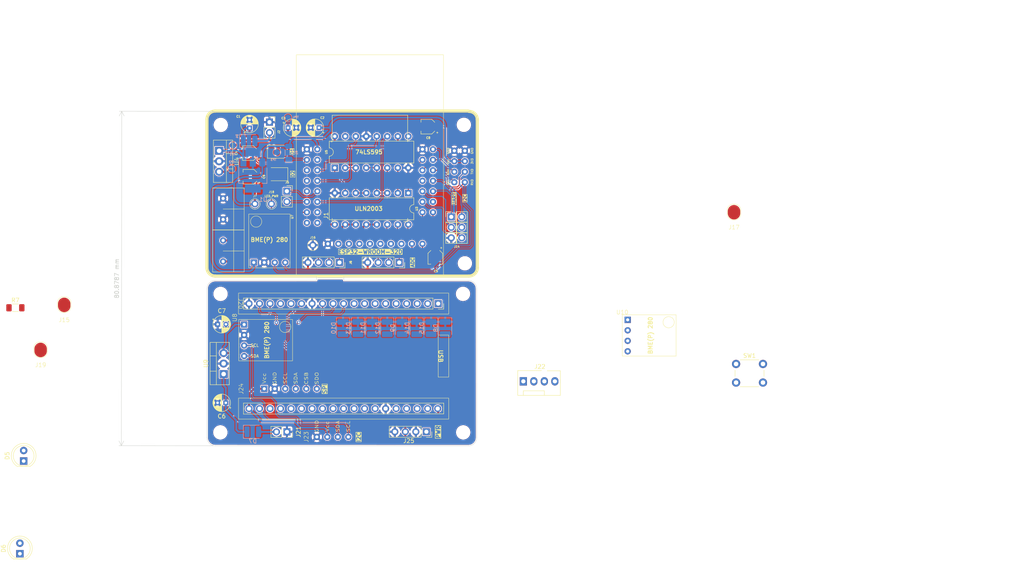
<source format=kicad_pcb>
(kicad_pcb (version 20240108) (generator "pcbnew") (generator_version "8.0")
  (layers (0 "F.Cu" signal) (31 "B.Cu" signal) (34 "B.Paste" user) (35 "F.Paste" user) (36 "B.SilkS" user "B.Silkscreen") (37 "F.SilkS" user "F.Silkscreen") (38 "B.Mask" user) (39 "F.Mask" user) (44 "Edge.Cuts" user))
  (net 0 "")
  (net 1 "GND")
  (net 2 "+3V3")
  (net 3 "+5V")
  (net 4 "/RXD")
  (net 5 "/TXD")
  (net 6 "/SDA")
  (net 7 "/GPIO_33")
  (net 8 "/SCL")
  (net 9 "/OUT3")
  (net 10 "/EN")
  (net 11 "/SOURCE2")
  (net 12 "/SOURCE1")
  (net 13 "/SOURCE3")
  (net 14 "/VDC")
  (net 15 "/DAC1")
  (net 16 "/DAC2")
  (net 17 "/GPIO39")
  (net 18 "/GPIO19")
  (net 19 "/GPIO17")
  (net 20 "/GPIO5")
  (net 21 "/GPIO18")
  (net 22 "/SD_DATA0")
  (net 23 "/ADC2_CH3")
  (net 24 "/SD_DATA3")
  (net 25 "/SD_CMD")
  (net 26 "/SD_CLK")
  (net 27 "/SD_DATA2")
  (net 28 "/SD_DATA1")
  (net 29 "/ADC2_CH0")
  (net 30 "/GPIO23")
  (net 31 "/GPIO36")
  (net 32 "/ADC2_CH2")
  (net 33 "/BOOT")
  (net 34 "/GPIO13")
  (net 35 "/SOURCE4")
  (net 36 "/SOURCE5")
  (net 37 "/SIPO_DATA")
  (net 38 "/SIPO_CLK")
  (net 40 "/SIPO_LATCH")
  (net 41 "/GPIO14")
  (net 43 "/I3")
  (net 44 "/I6")
  (net 45 "/I7")
  (net 46 "/I5")
  (net 47 "/OUT1")
  (net 48 "/VIN")
  (net 49 "/I1")
  (net 52 "Net-(D5-Pad1)")
  (net 53 "Net-(J15-Pin_1)")
  (net 54 "Net-(J19-Pin_1)")
  (net 55 "/OUT2")
  (net 67 "/RX")
  (net 72 "/TX")
  (net 83 "/SCL-2")
  (net 84 "/SDA-2")
  (net 87 "/12V")
  (net 89 "/QB-2")
  (net 90 "/QC-2")
  (net 91 "/QE-2")
  (net 92 "/QA-2")
  (net 93 "/QD-2")
  (net 94 "/QG-2")
  (net 95 "/QH-2")
  (net 96 "/QF-2")
  (net 97 "/SPI-SDO")
  (net 98 "/SPI-CSB")
  (net 99 "/SPI-SCL")
  (net 100 "/SPI-SDA")
  (net 101 "/D23")
  (net 102 "/D18")
  (footprint "Capacitor_THT:CP_Radial_D4.0mm_P2.00mm" (layer "F.Cu") (at 107 44.2 180)
    (property "Reference" "C2")
    (property "Value" "1uF")
  )
  (footprint "LED_SMD:LED_1210_3225Metric_Pad1.42x2.65mm_HandSolder" (layer "F.Cu") (at 97 55.45 180)
    (property "Reference" "D2")
    (property "Value" "STATUS")
  )
  (footprint "Capacitor_SMD:CP_Elec_3x5.3" (layer "F.Cu") (at 90.3 50.35 180)
    (property "Reference" "C4")
    (property "Value" "0.1uF")
  )
  (footprint "Resistor_SMD:R_1206_3216Metric_Pad1.30x1.75mm_HandSolder" (layer "F.Cu") (at 33.612 87.7585)
    (property "Reference" "R7")
    (property "Value" "4K7")
  )
  (footprint "LED_THT:LED_D5.0mm" (layer "F.Cu") (at 34.7 147.25 90)
    (property "Reference" "D6")
    (property "Value" "LED_STATUS")
  )
  (footprint "Button_Switch_THT:SW_PUSH_6mm" (layer "F.Cu") (at 207.8 101.35)
    (property "Reference" "SW1")
    (property "Value" "SW_Push")
  )
  (footprint "Connector:FanPinHeader_1x04_P2.54mm_Vertical" (layer "F.Cu") (at 156.38 105.55)
    (property "Reference" "J22")
    (property "Value" "Conn_01x04_Pin")
  )
  (footprint "Alexander Footprint Library:Pad_1x01_P2.54_SMD" (layer "F.Cu") (at 39.712 102.098)
    (property "Reference" "J19")
    (property "Value" "LED_PWR")
  )
  (footprint "Alexanddr Footprints Library:ESP32-WROOM-Adapter-Socket-2" (layer "F.Cu") (at 119.3 57.04)
    (property "Reference" "J1")
    (property "Value" "~")
  )
  (footprint "Alexander Footprint Library:Pad_1x01_P2.54_SMD" (layer "F.Cu") (at 45.412 91.198)
    (property "Reference" "J15")
    (property "Value" "LED_PWR")
  )
  (footprint "MountingHole:MountingHole_3mm" (layer "F.Cu") (at 142 43.5)
    (property "Reference" "H1" (hide yes))
    (property "Value" "MountingHole_Pad")
  )
  (footprint "Connector_PinSocket_2.54mm:PinSocket_1x02_P2.54mm_Vertical" (layer "F.Cu") (at 99.25 117.775 -90)
    (property "Reference" "J21")
    (property "Value" "PWR")
  )
  (footprint "MountingHole:MountingHole_3mm" (layer "F.Cu") (at 83.25 43.53)
    (property "Reference" "H2" (hide yes))
    (property "Value" "MountingHole_Pad")
  )
  (footprint "Package_DIP:DIP-16_W7.62mm" (layer "F.Cu") (at 128.58 60 -90)
    (property "Reference" "U3")
    (property "Value" "ULN2003")
  )
  (footprint "Alexander Footprints Library:Conn_Terminal_5mm" (layer "F.Cu") (at 83.82 53.69)
    (property "Reference" "J9" (hide yes))
    (property "Value" "Conn_01x02_Socket")
  )
  (footprint "Alexander Footprint Library:Pad_1x01_P2.54_SMD" (layer "F.Cu") (at 207.3 68.7895)
    (property "Reference" "J17")
    (property "Value" "GND")
  )
  (footprint "MountingHole:MountingHole_3mm" (layer "F.Cu") (at 141.85 117.9)
    (property "Reference" "H4" (hide yes))
    (property "Value" "MountingHole_Pad")
  )
  (footprint "Capacitor_THT:CP_Radial_D4.0mm_P2.00mm" (layer "F.Cu") (at 82.5 91.75)
    (property "Reference" "C7")
    (property "Value" "1uF")
  )
  (footprint "Connector_PinSocket_2.54mm:PinSocket_1x04_P2.54mm_Vertical" (layer "F.Cu") (at 132.94 117.75 -90)
    (property "Reference" "J25")
    (property "Value" "PWR_SATA_Conn_01x04")
  )
  (footprint "Capacitor_SMD:CP_Elec_3x5.3" (layer "F.Cu") (at 90.4 56.05 180)
    (property "Reference" "C9")
    (property "Value" "0.1uF")
  )
  (footprint "Package_DIP:DIP-16_W7.62mm" (layer "F.Cu") (at 110.8 53.9 90)
    (property "Reference" "U5")
    (property "Value" "74LS595")
  )
  (footprint "Alexander Footprint Library:PinSocket_1x01_P2.54" (layer "F.Cu") (at 91.5 65.19)
    (property "Reference" "J7")
    (property "Value" "LED_PWR")
  )
  (footprint "Alexander Footprint Library:Conn_SPI" (layer "F.Cu") (at 88.68 107.35 90)
    (property "Reference" "J24")
    (property "Value" "~")
  )
  (footprint "Connector_PinSocket_2.54mm:PinSocket_1x02_P2.54mm_Vertical" (layer "F.Cu") (at 95.025 42.85)
    (property "Reference" "J2")
    (property "Value" "PWR")
  )
  (footprint "Connector_PinSocket_2.54mm:PinSocket_1x04_P2.54mm_Vertical" (layer "F.Cu") (at 111.94 76.8 -90)
    (property "Reference" "J6")
    (property "Value" "SOURCE")
  )
  (footprint "MountingHole:MountingHole_3mm" (layer "F.Cu") (at 83.15 117.9)
    (property "Reference" "H4" (hide yes))
    (property "Value" "MountingHole_Pad")
  )
  (footprint "Connector_PinSocket_2.54mm:PinSocket_1x04_P2.54mm_Vertical" (layer "F.Cu") (at 126.38 76.8 -90)
    (property "Reference" "J10" (hide yes))
    (property "Value" "ADC")
  )
  (footprint "Capacitor_SMD:CP_Elec_3x5.3" (layer "F.Cu") (at 135.1 75.45 -90)
    (property "Reference" "C5")
    (property "Value" "0.1uF")
  )
  (footprint "MountingHole:MountingHole_3mm" (layer "F.Cu") (at 141.8 84.4)
    (property "Reference" "H4" (hide yes))
    (property "Value" "MountingHole_Pad")
  )
  (footprint "Capacitor_THT:CP_Radial_D4.0mm_P2.00mm" (layer "F.Cu") (at 99.5 44.2)
    (property "Reference" "C3")
    (property "Value" "1uF")
  )
  (footprint "Alexander Footprint Library:Conn_ESP32_WROOM-DevKit-38pins" (layer "F.Cu") (at 87.54 86.75 -90)
    (property "Reference" "J20")
    (property "Value" "~")
  )
  (footprint "Capacitor_SMD:CP_Elec_3x5.3" (layer "F.Cu") (at 133.4 43.95 180)
    (property "Reference" "C8")
    (property "Value" "10uF")
  )
  (footprint "Alexander Footprint Library:LD1117" (layer "F.Cu") (at 83.945 103.79 90)
    (property "Reference" "U9")
    (property "Value" "L7805")
  )
  (footprint "Alexander Footprint Library:PinSocket_1x01_P2.54" (layer "F.Cu") (at 95.5 65.19)
    (property "Reference" "J18")
    (property "Value" "LED_PWR")
  )
  (footprint "Alexander Footprint Library:Conn_I2C" (layer "F.Cu") (at 98.84 119 90)
    (property "Reference" "J23")
    (property "Value" "I2C")
  )
  (footprint "Capacitor_THT:CP_Radial_D4.0mm_P2.00mm" (layer "F.Cu") (at 84.4726 110.75 180)
    (property "Reference" "C6")
    (property "Value" "1uF")
  )
  (footprint "Alexander Footprint Library:BME280_BMP280_I2C" (layer "F.Cu") (at 180.3 89.45)
    (property "Reference" "U10")
    (property "Value" "BME(P)280")
  )
  (footprint "MountingHole:MountingHole_3mm" (layer "F.Cu") (at 83.2 84.4)
    (property "Reference" "H4" (hide yes))
    (property "Value" "MountingHole_Pad")
  )
  (footprint "Connector_PinSocket_2.54mm:PinSocket_1x02_P2.54mm_Vertical" (layer "F.Cu") (at 99.225 59.55)
    (property "Reference" "J5")
    (property "Value" "DAC")
  )
  (footprint "Alexander Footprint Library:CONN_2x3" (layer "F.Cu") (at 138.96 60.68)
    (property "Reference" "J14")
    (property "Value" "GPIO")
  )
  (footprint "Alexander Footprints Library:Conn_UART" (layer "F.Cu") (at 139.7 42.15)
    (property "Reference" "J3" (hide yes))
    (property "Value" "UART")
  )
  (footprint "Alexander Footprint Library:PinSocket_1x01_P2.54" (layer "F.Cu") (at 105.5 75.19)
    (property "Reference" "J16")
    (property "Value" "GND")
  )
  (footprint "Capacitor_THT:CP_Radial_D4.0mm_P2.00mm" (layer "F.Cu") (at 90.2 44.3 90)
    (property "Reference" "C1")
    (property "Value" "1uF")
  )
  (footprint "Alexander Footprint Library:BME280_BMP280_I2C" (layer "F.Cu") (at 90 78.1 90)
    (property "Reference" "U7")
    (property "Value" "BME(P)280")
  )
  (footprint "Alexander Footprint Library:LD1117" (layer "F.Cu") (at 82.855 49.77 -90)
    (property "Reference" "U4")
    (property "Value" "L7805")
  )
  (footprint "Alexander Footprints Library:Conn_I2C" (layer "F.Cu") (at 142.24 42.15)
    (property "Reference" "J4" (hide yes))
    (property "Value" "I2C")
  )
  (footprint "LED_THT:LED_D5.0mm" (layer "F.Cu") (at 35.612 124.8335 90)
    (property "Reference" "D5")
    (property "Value" "LED_PWR")
  )
  (footprint "Alexander Footprint Library:BME280_BMP280_I2C" (layer "F.Cu") (at 87.6 90.59)
    (property "Reference" "U8")
    (property "Value" "BME(P)280")
  )
  (footprint "LED_SMD:LED_1210_3225Metric_Pad1.42x2.65mm_HandSolder" (layer "F.Cu") (at 97 50)
    (property "Reference" "D1")
    (property "Value" "PWR")
  )
  (footprint "MountingHole:MountingHole_3mm" (layer "F.Cu") (at 142.25 77)
    (property "Reference" "H4" (hide yes))
    (property "Value" "MountingHole_Pad")
  )
  (footprint "Alexander Footprints Library:Conn_Terminal_5mm" (layer "F.Cu") (at 83.82 63.85)
    (property "Reference" "J8" (hide yes))
    (property "Value" "Conn_01x02_Socket")
  )
  (footprint "TestPoint:TestPoint_Pad_D1.5mm" (layer "B.Cu") (at 99.5 41.75 180)
    (property "Reference" "TP4")
    (property "Value" "5V")
  )
  (footprint "LED_SMD:LED_1210_3225Metric_Pad1.42x2.65mm_HandSolder" (layer "B.Cu") (at 127.1 92.65 -90)
    (property "Reference" "D9")
    (property "Value" "PWR")
  )
  (footprint "TestPoint:TestPoint_Pad_D1.5mm" (layer "B.Cu") (at 96.8 50.15 180)
    (property "Reference" "TP3")
    (property "Value" "3V3")
  )
  (footprint "LED_SMD:LED_1210_3225Metric_Pad1.42x2.65mm_HandSolder" (layer "B.Cu") (at 119.9 92.65 -90)
    (property "Reference" "D11")
    (property "Value" "PWR")
  )
  (footprint "Diode_SMD:D_1210_3225Metric" (layer "B.Cu") (at 91 117.75)
    (property "Reference" "D7")
    (property "Value" "D")
  )
  (footprint "LED_SMD:LED_1210_3225Metric_Pad1.42x2.65mm_HandSolder" (layer "B.Cu") (at 134.1 92.65 -90)
    (property "Reference" "D15")
    (property "Value" "PWR")
  )
  (footprint "Resistor_SMD:R_1206_3216Metric_Pad1.30x1.75mm_HandSolder" (layer "B.Cu") (at 99.7 50.25 -90)
    (property "Reference" "R1")
    (property "Value" "10K")
  )
  (footprint "Diode_SMD:D_1210_3225Metric" (layer "B.Cu") (at 90.1 47.4)
    (property "Reference" "D4")
    (property "Value" "D")
  )
  (footprint "LED_SMD:LED_1210_3225Metric_Pad1.42x2.65mm_HandSolder" (layer "B.Cu") (at 130.6 92.65 -90)
    (property "Reference" "D14")
    (property "Value" "PWR")
  )
  (footprint "TestPoint:TestPoint_Pad_D1.5mm" (layer "B.Cu") (at 86.2 48.45 180)
    (property "Reference" "TP1")
    (property "Value" "VIN")
  )
  (footprint "LED_SMD:LED_1210_3225Metric_Pad1.42x2.65mm_HandSolder" (layer "B.Cu") (at 123.5 92.65 -90)
    (property "Reference" "D12")
    (property "Value" "PWR")
  )
  (footprint "TestPoint:TestPoint_Pad_D1.5mm" (layer "B.Cu") (at 85.9 54.15 180)
    (property "Reference" "TP2")
    (property "Value" "GND")
  )
  (footprint "LED_SMD:LED_1210_3225Metric_Pad1.42x2.65mm_HandSolder" (layer "B.Cu") (at 116.4 92.65 -90)
    (property "Reference" "D13")
    (property "Value" "PWR")
  )
  (footprint "LED_SMD:LED_1210_3225Metric_Pad1.42x2.65mm_HandSolder" (layer "B.Cu") (at 112.8 92.65 -90)
    (property "Reference" "D10")
    (property "Value" "PWR")
  )
  (footprint "Package_TO_SOT_SMD:SOT-223-3_TabPin2" (layer "B.Cu") (at 91 55.75 -90)
    (property "Reference" "U1")
    (property "Value" "MAX1726EUK33")
  )
  (footprint "LED_SMD:LED_1210_3225Metric_Pad1.42x2.65mm_HandSolder" (layer "B.Cu") (at 137.5 92.65 -90)
    (property "Reference" "D8")
    (property "Value" "PWR")
  )
  (gr_line (start 145.25 42.11421) (end 145.25 78.085782) (stroke (width 0.75)) (layer "F.SilkS"))
  (gr_line (start 81.914218 40.164218) (end 143.08579 40.164218) (stroke (width 0.75)) (layer "F.SilkS"))
  (gr_arc (start 145.25 78.085782) (mid 144.66422 79.500007) (end 143.25 80.085782) (stroke (width 0.75)) (layer "F.SilkS"))
  (gr_line (start 79.914218 42.11421) (end 79.914218 78.085782) (stroke (width 0.75)) (layer "F.SilkS"))
  (gr_arc (start 81.914218 80.085782) (mid 80.499999 79.500001) (end 79.914218 78.085782) (stroke (width 0.75)) (layer "F.SilkS"))
  (gr_arc (start 143.25 40.25) (mid 144.664214 40.835786) (end 145.25 42.25) (stroke (width 0.75)) (layer "F.SilkS"))
  (gr_arc (start 79.914218 42.164218) (mid 80.499999 40.749999) (end 81.914218 40.164218) (stroke (width 0.75)) (layer "F.SilkS"))
  (gr_line (start 81.914214 80.085782) (end 143.085786 80.085782) (stroke (width 0.75)) (layer "F.SilkS"))
  (gr_line (start 82.014214 80.235786) (end 106.4 80.25) (stroke (width 0.1)) (layer "Edge.Cuts"))
  (gr_line (start 80 42.25) (end 80.014214 78.235786) (stroke (width 0.1)) (layer "Edge.Cuts"))
  (gr_arc (start 79.921321 83.157107) (mid 80.507106 81.742896) (end 81.921321 81.157107) (stroke (width 0.1)) (layer "Edge.Cuts"))
  (gr_line (start 81.921321 121.128679) (end 143.107107 121.142893) (stroke (width 0.1)) (layer "Edge.Cuts"))
  (gr_arc (start 81.921321 121.128679) (mid 80.507101 120.542899) (end 79.921321 119.128679) (stroke (width 0.1)) (layer "Edge.Cuts"))
  (gr_line (start 143.092893 81.157107) (end 113 81.15) (stroke (width 0.1)) (layer "Edge.Cuts"))
  (gr_arc (start 145.107107 119.142893) (mid 144.521321 120.557107) (end 143.107107 121.142893) (stroke (width 0.1)) (layer "Edge.Cuts"))
  (gr_line (start 106.4 81.15) (end 81.921321 81.157107) (stroke (width 0.1)) (layer "Edge.Cuts"))
  (gr_arc (start 143.185786 40.264214) (mid 144.600004 40.849996) (end 145.185786 42.264214) (stroke (width 0.1)) (layer "Edge.Cuts"))
  (gr_line (start 113 80.25) (end 143.185786 80.235786) (stroke (width 0.1)) (layer "Edge.Cuts"))
  (gr_arc (start 82.014214 80.235786) (mid 80.599996 79.650004) (end 80.014214 78.235786) (stroke (width 0.1)) (layer "Edge.Cuts"))
  (gr_line (start 145.185786 42.264214) (end 145.185786 78.235786) (stroke (width 0.1)) (layer "Edge.Cuts"))
  (gr_arc (start 80 42.25) (mid 80.585786 40.835786) (end 82 40.25) (stroke (width 0.1)) (layer "Edge.Cuts"))
  (gr_line (start 145.107107 119.142893) (end 145.092893 83.157107) (stroke (width 0.1)) (layer "Edge.Cuts"))
  (gr_line (start 79.921321 119.128679) (end 79.921321 83.157107) (stroke (width 0.1)) (layer "Edge.Cuts"))
  (gr_line (start 106.4 81.15) (end 106.4 80.25) (stroke (width 0.1)) (layer "Edge.Cuts"))
  (gr_arc (start 145.185786 78.235786) (mid 144.600004 79.650004) (end 143.185786 80.235786) (stroke (width 0.1)) (layer "Edge.Cuts"))
  (gr_arc (start 143.092893 81.157107) (mid 144.507112 81.742888) (end 145.092893 83.157107) (stroke (width 0.1)) (layer "Edge.Cuts"))
  (gr_line (start 113 81.15) (end 113 80.25) (stroke (width 0.1)) (layer "Edge.Cuts"))
  (gr_line (start 143.185786 40.264214) (end 82 40.25) (stroke (width 0.1)) (layer "Edge.Cuts"))
  (gr_text "SCL" (at 90.4 96.85 0) (layer "F.SilkS") (effects (font (size 0.7 0.7) (thickness 0.125) (bold yes)) (justify left)))
  (gr_text "ADC" (at 130.1 78.05 90) (layer "F.SilkS" knockout) (effects (font (size 0.8 0.8) (thickness 0.2) (bold yes)) (justify left bottom)))
  (gr_text "SDA" (at 90.4 99.45 0) (layer "F.SilkS") (effects (font (size 0.7 0.7) (thickness 0.125) (bold yes)) (justify left)))
  (gr_text "PWR" (at 136.4 119.55 90) (layer "F.SilkS" knockout) (effects (font (size 1 1) (thickness 0.25) (bold yes)) (justify left bottom)))
  (gr_text "74LS595" (at 119.057143 50.1 0) (layer "F.SilkS") (effects (font (size 1 1) (thickness 0.2) (bold yes))))
  (gr_text "ULN2003" (at 115.5 64.374 0) (layer "F.SilkS") (effects (font (size 1 1) (thickness 0.2) (bold yes)) (justify left bottom)))
  (dimension (type aligned) (layer "Edge.Cuts") (pts (xy 81.921321 121.128679) (xy 82 40.25)) (height -22.6907) (gr_text "80.8787 mm" (at 58.119973 80.666146 89.94426182) (layer "Edge.Cuts") (effects (font (size 1 1) (thickness 0.15)))) (format (prefix "") (suffix "") (units 3) (units_format 1) (precision 4)) (style (thickness 0.1) (arrow_length 1.27) (text_position_mode 0) (extension_height 0.58642) (extension_offset 0.5) keep_text_aligned))
  (segment (start 84.21 66) (end 83.82 66.39) (width 0.5) (layer "F.Cu") (net 1))
  (segment (start 91.5 59.65) (end 91.9 59.25) (width 0.5) (layer "F.Cu") (net 2))
  (segment (start 90.08 108.57) (end 90.08 112.15) (width 0.5) (layer "F.Cu") (net 2))
  (segment (start 139.7 52.31) (end 138.56 52.31) (width 0.25) (layer "F.Cu") (net 2))
  (segment (start 91.3 107.35) (end 90.08 108.57) (width 0.5) (layer "F.Cu") (net 2))
  (segment (start 91.9 59.25) (end 91.9 56.05) (width 0.5) (layer "F.Cu") (net 2))
  (segment (start 137.2 43.95) (end 134.9 43.95) (width 0.25) (layer "F.Cu") (net 2))
  (segment (start 138.56 52.31) (end 137.6 51.35) (width 0.25) (layer "F.Cu") (net 2))
  (segment (start 93.76 107.35) (end 91.3 107.35) (width 0.5) (layer "F.Cu") (net 2))
  (segment (start 91.5 62.62) (end 91.5 59.65) (width 0.5) (layer "F.Cu") (net 2))
  (segment (start 137.6 51.35) (end 137.6 44.35) (width 0.25) (layer "F.Cu") (net 2))
  (segment (start 137.6 44.35) (end 137.2 43.95) (width 0.25) (layer "F.Cu") (net 2))
  (segment (start 96.075 48.7) (end 97.525 48.7) (width 0.5) (layer "B.Cu") (net 2))
  (segment (start 109.408578 44.2) (end 107 44.2) (width 0.5) (layer "B.Cu") (net 2))
  (segment (start 93.21 115.25) (end 101 115.25) (width 0.5) (layer "B.Cu") (net 2))
  (segment (start 81.3 75.997918) (end 81.3 59.75104) (width 0.5) (layer "B.Cu") (net 2))
  (segment (start 93.3 54.905025) (end 93.3 52.6) (width 0.5) (layer "B.Cu") (net 2))
  (segment (start 100 48.7) (end 100 48.03033) (width 0.5) (layer "B.Cu") (net 2))
  (segment (start 139.13 52.31) (end 139.7 52.31) (width 0.5) (layer "B.Cu") (net 2))
  (segment (start 138.156949 51.906949) (end 138.03 51.78) (width 0.5) (layer "B.Cu") (net 2))
  (segment (start 109 117.5) (end 109 119) (width 0.5) (layer "B.Cu") (net 2))
  (segment (start 106.6 48.627817) (end 106.6 49.299791) (width 0.5) (layer "B.Cu") (net 2))
  (segment (start 84.202081 78.9) (end 89.990883 78.9) (width 0.5) (layer "B.Cu") (net 2))
  (segment (start 109.75 45) (end 109.75 44.141421) (width 0.5) (layer "B.Cu") (net 2))
  (segment (start 109.75 43.858578) (end 109.75 44.141421) (width 0.5) (layer "B.Cu") (net 2))
  (segment (start 104.722182 46.75) (end 106.277817 46.75) (width 0.5) (layer "B.Cu") (net 2))
  (segment (start 139.7 52.31) (end 142.24 52.31) (width 0.5) (layer "B.Cu") (net 2))
  (segment (start 137.5 50.500466) (end 137.5 43.883883) (width 0.5) (layer "B.Cu") (net 2))
  (segment (start 88.207106 62.75) (end 91.5 62.75) (width 0.5) (layer "B.Cu") (net 2))
  (segment (start 86.5 61.042893) (end 86.5 57.5) (width 0.5) (layer "B.Cu") (net 2))
  (segment (start 106.277817 46.75) (end 108 46.75) (width 0.5) (layer "B.Cu") (net 2))
  (segment (start 101 115.25) (end 102.5 116.75) (width 0.5) (layer "B.Cu") (net 2))
  (segment (start 91.22 77.670883) (end 91.22 76.8) (width 0.5) (layer "B.Cu") (net 2))
  (segment (start 89.455634 56.1) (end 92.105025 56.1) (width 0.5) (layer "B.Cu") (net 2))
  (segment (start 96.075 48.7) (end 95.177817 48.7) (width 0.5) (layer "B.Cu") (net 2))
  (segment (start 90.11 112.15) (end 93.21 115.25) (width 0.5) (layer "B.Cu") (net 2))
  (segment (start 108.25 116.75) (end 109 117.5) (width 0.5) (layer "B.Cu") (net 2))
  (segment (start 104.722182 46.75) (end 101.28033 46.75) (width 0.5) (layer "B.Cu") (net 2))
  (segment (start 108 46.75) (end 109.75 45) (width 0.5) (layer "B.Cu") (net 2))
  (segment (start 96.8 49.425) (end 96.8 50.15) (width 0.25) (layer "B.Cu") (net 2))
  (segment (start 109.75 43.625) (end 109.75 43.858578) (width 0.5) (layer "B.Cu") (net 2))
  (segment (start 110.015165 42.984834) (end 110.5 42.5) (width 0.5) (layer "B.Cu") (net 2))
  (segment (start 93.3 52.6) (end 93.3 50.577817) (width 0.5) (layer "B.Cu") (net 2))
  (segment (start 82.75104 58.3) (end 84.144365 58.3) (width 0.5) (layer "B.Cu") (net 2))
  (segment (start 106.685 49.335) (end 106.77 49.25) (width 0.5) (layer "B.Cu") (net 2))
  (segment (start 102.5 116.75) (end 108.25 116.75) (width 0.5) (layer "B.Cu") (net 2))
  (segment (start 112.31066 41.75) (end 135.366116 41.75) (width 0.5) (layer "B.Cu") (net 2))
  (segment (start 100 48.7) (end 97.525 48.7) (width 0.5) (layer "B.Cu") (net 2))
  (arc (start 136.875 42.375) (mid 137.337567 43.067281) (end 137.5 43.883883) (width 0.5) (layer "B.Cu") (net 2))
  (arc (start 137.5 50.500466) (mid 137.637742 51.192944) (end 138.03 51.78) (width 0.5) (layer "B.Cu") (net 2))
  (arc (start 93.3 54.905025) (mid 93.209037 55.362322) (end 92.95 55.75) (width 0.5) (layer "B.Cu") (net 2))
  (arc (start 86.8 57.2) (mid 85.581584 58.014119) (end 84.144365 58.3) (width 0.5) (layer "B.Cu") (net 2))
  (arc (start 106.6 49.299791) (mid 106.630737 49.345793) (end 106.685 49.335) (width 0.5) (layer "B.Cu") (net 2))
  (arc (start 89.455634 56.1) (mid 88.018415 56.38588) (end 86.8 57.2) (width 0.5) (layer "B.Cu") (net 2))
  (arc (start 86.5 61.042893) (mid 86.629945 61.696174) (end 87 62.25) (width 0.5) (layer "B.Cu") (net 2))
  (arc (start 82.75104 58.3) (mid 82.195751 58.410453) (end 81.725 58.725) (width 0.5) (layer "B.Cu") (net 2))
  (arc (start 92.95 55.75) (mid 92.562322 56.009037) (end 92.105025 56.1) (width 0.5) (layer "B.Cu") (net 2))
  (arc (start 95.177817 48.7) (mid 94.459207 48.84294) (end 93.85 49.25) (width 0.5) (layer "B.Cu") (net 2))
  (arc (start 96.8 49.425) (mid 96.587652 48.912347) (end 96.075 48.7) (width 0.25) (layer "B.Cu") (net 2))
  (arc (start 82.15 78.05) (mid 83.091502 78.679092) (end 84.202081 78.9) (width 0.5) (layer "B.Cu") (net 2))
  (arc (start 110.015165 42.984834) (mid 109.818914 43.278544) (end 109.75 43.625) (width 0.5) (layer "B.Cu") (net 2))
  (arc (start 109.75 44.141421) (mid 109.713838 44.087301) (end 109.65 44.1) (width 0.5) (layer "B.Cu") (net 2))
  (arc (start 136.875 42.375) (mid 136.182718 41.912432) (end 135.366116 41.75) (width 0.5) (layer "B.Cu") (net 2))
  (arc (start 93.85 49.25) (mid 93.44294 49.859207) (end 93.3 50.577817) (width 0.5) (layer "B.Cu") (net 2))
  (arc (start 90.86 78.54) (mid 90.461245 78.806439) (end 89.990883 78.9) (width 0.5) (layer "B.Cu") (net 2))
  (arc (start 109.65 44.1) (mid 109.539234 44.17401) (end 109.408578 44.2) (width 0.5) (layer "B.Cu") (net 2))
  (arc (start 87 62.25) (mid 87.553825 62.620054) (end 88.207106 62.75) (width 0.5) (layer "B.Cu") (net 2))
  (arc (start 81.725 58.725) (mid 81.410453 59.195751) (end 81.3 59.75104) (width 0.5) (layer "B.Cu") (net 2))
  (arc (start 106.05 47.3) (mid 105.440792 46.89294) (end 104.722182 46.75) (width 0.5) (layer "B.Cu") (net 2))
  (arc (start 138.156949 51.906949) (mid 138.603388 52.20525) (end 139.13 52.31) (width 0.5) (layer "B.Cu") (net 2))
  (arc (start 101.28033 46.75) (mid 100.790368 46.847459) (end 100.375 47.125) (width 0.5) (layer "B.Cu") (net 2))
  (arc (start 106.05 47.3) (mid 106.457059 47.909207) (end 106.6 48.627817) (width 0.5) (layer "B.Cu") (net 2))
  (arc (start 106.277817 46.75) (mid 105.980159 46.948888) (end 106.05 47.3) (width 0.5) (layer "B.Cu") (net 2))
  (arc (start 91.22 77.670883) (mid 91.126439 78.141245) (end 90.86 78.54) (width 0.5) (layer "B.Cu") (net 2))
  (arc (start 109.65 44.1) (mid 109.72401 43.989234) (end 109.75 43.858578) (width 0.5) (layer "B.Cu") (net 2))
  (arc (start 112.31066 41.75) (mid 111.330737 41.944918) (end 110.5 42.5) (width 0.5) (layer "B.Cu") (net 2))
  (arc (start 100.375 47.125) (mid 100.097459 47.540368) (end 100 48.03033) (width 0.5) (layer "B.Cu") (net 2))
  (arc (start 81.3 75.997918) (mid 81.520907 77.108496) (end 82.15 78.05) (width 0.5) (layer "B.Cu") (net 2))
  (segment (start 99.5 45.693413) (end 99.5 44.2) (width 0.5) (layer "F.Cu") (net 3))
  (segment (start 98.6375 46.9625) (end 99.2125 46.3875) (width 0.5) (layer "F.Cu") (net 3))
  (segment (start 83.945 98.71) (end 86.21 98.71) (width 0.5) (layer "F.Cu") (net 3))
  (segment (start 86.75 99.25) (end 86.75 100) (width 0.5) (layer "F.Cu") (net 3))
  (segment (start 127.86 116.39) (end 129 115.25) (width 0.5) (layer "F.Cu") (net 3))
  (segment (start 126.04 46.28) (end 126.04 48.251906) (width 0.5) (layer "F.Cu") (net 3))
  (segment (start 108.3 49.803553) (end 108.3 65.537329) (width 0.5) (layer "F.Cu") (net 3))
  (segment (start 108.3 49.803553) (end 108.3 49.096446) (width 0.5) (layer "F.Cu") (net 3))
  (segment (start 129 115.25) (end 135.25 115.25) (width 0.5) (layer "F.Cu") (net 3))
  (segment (start 135.81 114.69) (end 135.81 112.15) (width 0.5) (layer "F.Cu") (net 3))
  (segment (start 110.8 46.28) (end 110.8 48.15) (width 0.5) (layer "F.Cu") (net 3))
  (segment (start 86.75 114.25) (end 87.75 115.25) (width 0.5) (layer "F.Cu") (net 3))
  (segment (start 86.75 100) (end 86.75 114.25) (width 0.5) (layer "F.Cu") (net 3))
  (segment (start 110.8 48.15) (end 110 48.95) (width 0.5) (layer "F.Cu") (net 3))
  (segment (start 88.1 47.25) (end 97.943413 47.25) (width 0.5) (layer "F.Cu") (net 3))
  (segment (start 84.9 54.85) (end 85.4 54.35) (width 0.5) (layer "F.Cu") (net 3))
  (segment (start 126.04 48.251906) (end 125.341906 48.95) (width 0.5) (layer "F.Cu") (net 3))
  (segment (start 85.4 54.35) (end 85.4 49.95) (width 0.5) (layer "F.Cu") (net 3))
  (segment (start 127.86 118.65) (end 127.86 116.39) (width 0.5) (layer "F.Cu") (net 3))
  (segment (start 107.608621 46.675) (end 99.331586 46.675) (width 0.5) (layer "F.Cu") (net 3))
  (segment (start 110 48.95) (end 109.153553 48.95) (width 0.5) (layer "F.Cu") (net 3))
  (segment (start 86.21 98.71) (end 86.75 99.25) (width 0.5) (layer "F.Cu") (net 3))
  (segment (start 108.3 49.096446) (end 108.3 47.366378) (width 0.5) (layer "F.Cu") (net 3))
  (segment (start 109.104574 67.204574) (end 108.91 67.01) (width 0.5) (layer "F.Cu") (net 3))
  (segment (start 110.8 46.355) (end 110.725 46.28) (width 0.5) (layer "F.Cu") (net 3))
  (segment (start 135.25 115.25) (end 135.81 114.69) (width 0.5) (layer "F.Cu") (net 3))
  (segment (start 110.1075 67.62) (end 110.695 67.62) (width 0.5) (layer "F.Cu") (net 3))
  (segment (start 82.855 54.85) (end 84.9 54.85) (width 0.5) (layer "F.Cu") (net 3))
  (segment (start 85.4 49.95) (end 88.1 47.25) (width 0.5) (layer "F.Cu") (net 3))
  (segment (start 87.75 115.25) (end 129 115.25) (width 0.5) (layer "F.Cu") (net 3))
  (segment (start 125.341906 48.95) (end 110 48.95) (width 0.5) (layer "F.Cu") (net 3))
  (arc (start 108.0975 46.8775) (mid 108.247371 47.101799) (end 108.3 47.366378) (width 0.5) (layer "F.Cu") (net 3))
  (arc (start 108.3 65.537329) (mid 108.458533 66.334332) (end 108.91 67.01) (width 0.5) (layer "F.Cu") (net 3))
  (arc (start 97.943413 47.25) (mid 98.31905 47.175281) (end 98.6375 46.9625) (width 0.5) (layer "F.Cu") (net 3))
  (arc (start 99.2125 46.3875) (mid 99.175992 46.571035) (end 99.331586 46.675) (width 0.5) (layer "F.Cu") (net 3))
  (arc (start 108.0975 46.8775) (mid 107.8732 46.727628) (end 107.608621 46.675) (width 0.5) (layer "F.Cu") (net 3))
  (arc (start 109.104574 67.204574) (mid 109.56472 67.512034) (end 110.1075 67.62) (width 0.5) (layer "F.Cu") (net 3))
  (arc (start 108.55 49.2) (mid 108.364972 49.476912) (end 108.3 49.803553) (width 0.5) (layer "F.Cu") (net 3))
  (arc (start 108.3 49.096446) (mid 108.390403 49.231745) (end 108.55 49.2) (width 0.5) (layer "F.Cu") (net 3))
  (arc (start 99.331586 46.675) (mid 98.955949 46.749718) (end 98.6375 46.9625) (width 0.5) (layer "F.Cu") (net 3))
  (arc (start 109.153553 48.95) (mid 108.826912 49.014972) (end 108.55 49.2) (width 0.5) (layer "F.Cu") (net 3))
  (arc (start 99.5 45.693413) (mid 99.425281 46.06905) (end 99.2125 46.3875) (width 0.5) (layer "F.Cu") (net 3))
  (segment (start 83.945 97.305) (end 84.5 96.75) (width 0.5) (layer "B.Cu") (net 3))
  (segment (start 84.5 94.05) (end 84.5 91.75) (width 0.5) (layer "B.Cu") (net 3))
  (segment (start 88.9 91.81) (end 86.74 91.81) (width 0.5) (layer "B.Cu") (net 3))
  (segment (start 83.945 98.71) (end 83.945 97.305) (width 0.5) (layer "B.Cu") (net 3))
  (segment (start 86.74 91.81) (end 84.5 94.05) (width 0.5) (layer "B.Cu") (net 3))
  (segment (start 84.5 96.75) (end 84.5 94.05) (width 0.5) (layer "B.Cu") (net 3))
  (segment (start 99.5 42.25) (end 99.5 44.2) (width 0.25) (layer "B.Cu") (net 3))
  (segment (start 139.7 57.35) (end 139.7 57.39) (width 0.25) (layer "F.Cu") (net 4))
  (segment (start 133.25 53.25) (end 135.6 53.25) (width 0.25) (layer "F.Cu") (net 4))
  (segment (start 135.6 53.25) (end 139.7 57.35) (width 0.25) (layer "F.Cu") (net 4))
  (segment (start 132 54.5) (end 133.25 53.25) (width 0.25) (layer "F.Cu") (net 4))
  (segment (start 140.3 57.45) (end 139.3 57.45) (width 0.25) (layer "F.Cu") (net 4))
  (segment (start 136.61 51.96) (end 134.54 51.96) (width 0.25) (layer "F.Cu") (net 5))
  (segment (start 134.74 51.79) (end 134.62 51.91) (width 0.25) (layer "F.Cu") (net 5))
  (segment (start 139.5 54.85) (end 136.61 51.96) (width 0.25) (layer "F.Cu") (net 5))
  (segment (start 139.7 54.85) (end 139.5 54.85) (width 0.25) (layer "F.Cu") (net 5))
  (segment (start 138.59 58.55) (end 140.4 58.55) (width 0.25) (layer "F.Cu") (net 6))
  (segment (start 136.213604 54.5) (end 138 56.286396) (width 0.25) (layer "F.Cu") (net 6))
  (segment (start 138 57.96) (end 138.59 58.55) (width 0.25) (layer "F.Cu") (net 6))
  (segment (start 140.9 56.19) (end 142.24 54.85) (width 0.25) (layer "F.Cu") (net 6))
  (segment (start 140.9 58.05) (end 140.9 56.19) (width 0.25) (layer "F.Cu") (net 6))
  (segment (start 134.54 54.5) (end 136.213604 54.5) (width 0.25) (layer "F.Cu") (net 6))
  (segment (start 138 56.286396) (end 138 57.96) (width 0.25) (layer "F.Cu") (net 6))
  (segment (start 142.24 54.85) (end 142.24 55.51) (width 0.25) (layer "F.Cu") (net 6))
  (segment (start 140.4 58.55) (end 140.9 58.05) (width 0.25) (layer "F.Cu") (net 6))
  (segment (start 141.79 58.74) (end 141 57.95) (width 0.25) (layer "B.Cu") (net 6))
  (segment (start 140.418198 72.781802) (end 143.281802 72.781802) (width 0.25) (layer "B.Cu") (net 6))
  (segment (start 98.84 76.8) (end 98.84 78.09) (width 0.25) (layer "B.Cu") (net 6))
  (segment (start 143.55 64.45) (end 141.79 62.69) (width 0.25) (layer "B.Cu") (net 6))
  (segment (start 134.55 78.65) (end 140.418198 72.781802) (width 0.25) (layer "B.Cu") (net 6))
  (segment (start 141.79 62.69) (end 141.79 58.74) (width 0.25) (layer "B.Cu") (net 6))
  (segment (start 141 56.09) (end 142.24 54.85) (width 0.25) (layer "B.Cu") (net 6))
  (segment (start 98.84 78.09) (end 99.4 78.65) (width 0.25) (layer "B.Cu") (net 6))
  (segment (start 99.4 78.65) (end 134.55 78.65) (width 0.25) (layer "B.Cu") (net 6))
  (segment (start 143.281802 72.781802) (end 143.55 72.513604) (width 0.25) (layer "B.Cu") (net 6))
  (segment (start 143.55 72.513604) (end 143.55 64.45) (width 0.25) (layer "B.Cu") (net 6))
  (segment (start 141 57.95) (end 141 56.09) (width 0.25) (layer "B.Cu") (net 6))
  (segment (start 103.97 59.53) (end 104.14 59.53) (width 0.25) (layer "F.Cu") (net 7))
  (segment (start 137.55 58.146396) (end 138.403604 59) (width 0.25) (layer "F.Cu") (net 8))
  (segment (start 131.5 55.75) (end 136.75 55.75) (width 0.25) (layer "F.Cu") (net 8))
  (segment (start 140.63 59) (end 142.24 57.39) (width 0.25) (layer "F.Cu") (net 8))
  (segment (start 136.75 55.75) (end 137.55 56.55) (width 0.25) (layer "F.Cu") (net 8))
  (segment (start 137.55 56.55) (end 137.55 58.146396) (width 0.25) (layer "F.Cu") (net 8))
  (segment (start 130.745 54.995) (end 131.5 55.75) (width 0.25) (layer "F.Cu") (net 8))
  (segment (start 130.745 53.245) (end 130.745 54.995) (width 0.25) (layer "F.Cu") (net 8))
  (segment (start 132.08 51.91) (end 130.745 53.245) (width 0.25) (layer "F.Cu") (net 8))
  (segment (start 138.403604 59) (end 140.63 59) (width 0.25) (layer "F.Cu") (net 8))
  (segment (start 143.4 73.3) (end 144 72.7) (width 0.25) (layer "B.Cu") (net 8))
  (segment (start 96.95 79.1) (end 134.8 79.1) (width 0.25) (layer "B.Cu") (net 8))
  (segment (start 96.3 76.8) (end 96.3 78.45) (width 0.25) (layer "B.Cu") (net 8))
  (segment (start 144 72.7) (end 144 64.263604) (width 0.25) (layer "B.Cu") (net 8))
  (segment (start 142.24 62.503604) (end 142.24 57.39) (width 0.25) (layer "B.Cu") (net 8))
  (segment (start 96.3 78.45) (end 96.95 79.1) (width 0.25) (layer "B.Cu") (net 8))
  (segment (start 134.8 79.1) (end 140.6 73.3) (width 0.25) (layer "B.Cu") (net 8))
  (segment (start 144 64.263604) (end 142.24 62.503604) (width 0.25) (layer "B.Cu") (net 8))
  (segment (start 140.6 73.3) (end 143.4 73.3) (width 0.25) (layer "B.Cu") (net 8))
  (segment (start 103.27 52.75) (end 104.06 51.96) (width 0.25) (layer "F.Cu") (net 10))
  (segment (start 91.8 52.25) (end 92.3 52.75) (width 0.25) (layer "F.Cu") (net 10))
  (segment (start 92.3 52.75) (end 103.27 52.75) (width 0.25) (layer "F.Cu") (net 10))
  (segment (start 103.72 52.3) (end 104.06 51.96) (width 0.25) (layer "F.Cu") (net 10))
  (segment (start 91.8 50.35) (end 91.8 52.25) (width 0.25) (layer "F.Cu") (net 10))
  (segment (start 100 51.8) (end 103.9 51.8) (width 0.25) (layer "B.Cu") (net 10))
  (segment (start 103.9 51.8) (end 104.06 51.96) (width 0.25) (layer "B.Cu") (net 10))
  (segment (start 113.235 67.62) (end 115.775 67.62) (width 0.5) (layer "F.Cu") (net 11))
  (segment (start 99 73.1) (end 102.7 69.4) (width 0.5) (layer "F.Cu") (net 11))
  (segment (start 86.37 71.47) (end 88 73.1) (width 0.5) (layer "F.Cu") (net 11))
  (segment (start 102.7 69.4) (end 111.455 69.4) (width 0.5) (layer "F.Cu") (net 11))
  (segment (start 88 73.1) (end 99 73.1) (width 0.5) (layer "F.Cu") (net 11))
  (segment (start 83.82 71.47) (end 86.37 71.47) (width 0.5) (layer "F.Cu") (net 11))
  (segment (start 111.455 69.4) (end 113.235 67.62) (width 0.5) (layer "F.Cu") (net 11))
  (segment (start 86.275 76.55) (end 88.075 74.75) (width 0.5) (layer "F.Cu") (net 12))
  (segment (start 104.4 70.1) (end 115.835 70.1) (width 0.5) (layer "F.Cu") (net 12))
  (segment (start 99.75 74.75) (end 104.4 70.1) (width 0.5) (layer "F.Cu") (net 12))
  (segment (start 118.315 67.62) (end 120.855 67.62) (width 0.5) (layer "F.Cu") (net 12))
  (segment (start 83.82 76.55) (end 86.275 76.55) (width 0.5) (layer "F.Cu") (net 12))
  (segment (start 115.835 70.1) (end 118.315 67.62) (width 0.5) (layer "F.Cu") (net 12))
  (segment (start 88.075 74.75) (end 99.75 74.75) (width 0.5) (layer "F.Cu") (net 12))
  (segment (start 128.475 67.62) (end 128.475 68.825) (width 0.25) (layer "F.Cu") (net 13))
  (segment (start 125.7 72.8) (end 124.55 73.95) (width 0.25) (layer "F.Cu") (net 13))
  (segment (start 111.94 75.26) (end 111.94 76.8) (width 0.25) (layer "F.Cu") (net 13))
  (segment (start 124.55 73.95) (end 118.622792 73.95) (width 0.25) (layer "F.Cu") (net 13))
  (segment (start 128.475 68.825) (end 125.7 71.6) (width 0.25) (layer "F.Cu") (net 13))
  (segment (start 125.7 71.6) (end 125.7 72.8) (width 0.25) (layer "F.Cu") (net 13))
  (segment (start 117.872792 74.7) (end 112.5 74.7) (width 0.25) (layer "F.Cu") (net 13))
  (segment (start 112.5 74.7) (end 111.94 75.26) (width 0.25) (layer "F.Cu") (net 13))
  (segment (start 118.622792 73.95) (end 117.872792 74.7) (width 0.25) (layer "F.Cu") (net 13))
  (segment (start 96.71 117.775) (end 92.425 117.775) (width 0.5) (layer "B.Cu") (net 14))
  (segment (start 92.425 117.775) (end 92.4 117.75) (width 0.5) (layer "B.Cu") (net 14))
  (segment (start 95.025 46.674479) (end 95.025 45.39) (width 0.5) (layer "B.Cu") (net 14))
  (segment (start 94.299479 47.4) (end 91.5 47.4) (width 0.5) (layer "B.Cu") (net 14))
  (arc (start 95.025 46.674479) (mid 94.969773 46.952124) (end 94.8125 47.1875) (width 0.5) (layer "B.Cu") (net 14))
  (arc (start 94.8125 47.1875) (mid 94.577124 47.344773) (end 94.299479 47.4) (width 0.5) (layer "B.Cu") (net 14))
  (segment (start 105.38 60.8) (end 106.6 59.58) (width 0.25) (layer "B.Cu") (net 15))
  (segment (start 99.225 59.55) (end 101.8 59.55) (width 0.25) (layer "B.Cu") (net 15))
  (segment (start 103.05 60.8) (end 105.38 60.8) (width 0.25) (layer "B.Cu") (net 15))
  (segment (start 101.8 59.55) (end 103.05 60.8) (width 0.25) (layer "B.Cu") (net 15))
  (segment (start 99.225 62.09) (end 100.97 62.09) (width 0.25) (layer "B.Cu") (net 16))
  (segment (start 100.97 62.09) (end 101 62.12) (width 0.25) (layer "B.Cu") (net 16))
  (segment (start 104.03 62.09) (end 104.06 62.12) (width 0.25) (layer "B.Cu") (net 16))
  (segment (start 104.06 62.12) (end 101 62.12) (width 0.25) (layer "B.Cu") (net 16))
  (segment (start 141.5 68.3) (end 140.2 67) (width 0.25) (layer "B.Cu") (net 18))
  (segment (start 136.69 56.99) (end 134.62 56.99) (width 0.25) (layer "B.Cu") (net 18))
  (segment (start 140.2 60.5) (end 136.69 56.99) (width 0.25) (layer "B.Cu") (net 18))
  (segment (start 140.2 67) (end 140.2 60.5) (width 0.25) (layer "B.Cu") (net 18))
  (segment (start 141.5 70.84) (end 140.16 69.5) (width 0.25) (layer "B.Cu") (net 19))
  (segment (start 137.7 69.5) (end 137.1 68.9) (width 0.25) (layer "B.Cu") (net 19))
  (segment (start 140.16 69.5) (end 137.7 69.5) (width 0.25) (layer "B.Cu") (net 19))
  (segment (start 137.1 68.9) (end 137.1 63.84) (width 0.25) (layer "B.Cu") (net 19))
  (segment (start 133.41 63.4) (end 132.08 62.07) (width 0.25) (layer "B.Cu") (net 19))
  (segment (start 137.1 63.84) (end 136.66 63.4) (width 0.25) (layer "B.Cu") (net 19))
  (segment (start 136.66 63.4) (end 133.41 63.4) (width 0.25) (layer "B.Cu") (net 19))
  (segment (start 138.96 65.76) (end 138.96 60.61) (width 0.25) (layer "B.Cu") (net 20))
  (segment (start 137.88 59.53) (end 134.62 59.53) (width 0.25) (layer "B.Cu") (net 20))
  (segment (start 138.96 60.61) (end 137.88 59.53) (width 0.25) (layer "B.Cu") (net 20))
  (segment (start 133.35 60.8) (end 132.08 59.53) (width 0.25) (layer "B.Cu") (net 21))
  (segment (start 138.96 68.3) (end 137.6 66.94) (width 0.25) (layer "B.Cu") (net 21))
  (segment (start 136.75 60.8) (end 133.35 60.8) (width 0.25) (layer "B.Cu") (net 21))
  (segment (start 137.6 66.94) (end 137.6 61.65) (width 0.25) (layer "B.Cu") (net 21))
  (segment (start 137.6 61.65) (end 136.75 60.8) (width 0.25) (layer "B.Cu") (net 21))
  (segment (start 128.85 74.05) (end 129.46 73.44) (width 0.25) (layer "F.Cu") (net 23))
  (segment (start 125.722792 74.05) (end 128.85 74.05) (width 0.25) (layer "F.Cu") (net 23))
  (segment (start 129.46 73.44) (end 129.46 72.28) (width 0.25) (layer "F.Cu") (net 23))
  (segment (start 123.84 76.8) (end 123.84 75.56) (width 0.25) (layer "F.Cu") (net 23))
  (segment (start 123.84 75.56) (end 124.55 74.85) (width 0.25) (layer "F.Cu") (net 23))
  (segment (start 124.922792 74.85) (end 125.722792 74.05) (width 0.25) (layer "F.Cu") (net 23))
  (segment (start 124.55 74.85) (end 124.922792 74.85) (width 0.25) (layer "F.Cu") (net 23))
  (segment (start 121.3 75.2) (end 122.1 74.4) (width 0.25) (layer "F.Cu") (net 29))
  (segment (start 124.736396 74.4) (end 125.536396 73.6) (width 0.25) (layer "F.Cu") (net 29))
  (segment (start 125.536396 73.6) (end 127.5 73.6) (width 0.25) (layer "F.Cu") (net 29))
  (segment (start 132 67.2) (end 132 64.66) (width 0.25) (layer "F.Cu") (net 29))
  (segment (start 127.5 73.6) (end 128.2 72.9) (width 0.25) (layer "F.Cu") (net 29))
  (segment (start 128.2 71) (end 132 67.2) (width 0.25) (layer "F.Cu") (net 29))
  (segment (start 122.1 74.4) (end 124.736396 74.4) (width 0.25) (layer "F.Cu") (net 29))
  (segment (start 128.2 72.9) (end 128.2 71) (width 0.25) (layer "F.Cu") (net 29))
  (segment (start 121.3 76.8) (end 121.3 75.2) (width 0.25) (layer "F.Cu") (net 29))
  (segment (start 141.34 60.89) (end 137.95 57.5) (width 0.25) (layer "B.Cu") (net 30))
  (segment (start 136.4 51.7) (end 136.4 49.9) (width 0.25) (layer "B.Cu") (net 30))
  (segment (start 141.34 62.876396) (end 141.34 60.89) (width 0.25) (layer "B.Cu") (net 30))
  (segment (start 137.95 53.25) (end 136.4 51.7) (width 0.25) (layer "B.Cu") (net 30))
  (segment (start 135.1 49.85) (end 134.62 49.37) (width 0.25) (layer "B.Cu") (net 30))
  (segment (start 136.4 49.9) (end 135.92 49.42) (width 0.25) (layer "B.Cu") (net 30))
  (segment (start 135.92 49.42) (end 134.54 49.42) (width 0.25) (layer "B.Cu") (net 30))
  (segment (start 141.5 63.036396) (end 141.34 62.876396) (width 0.25) (layer "B.Cu") (net 30))
  (segment (start 137.95 57.5) (end 137.95 53.25) (width 0.25) (layer "B.Cu") (net 30))
  (segment (start 141.5 65.76) (end 141.5 63.036396) (width 0.25) (layer "B.Cu") (net 30))
  (segment (start 126.38 75.12) (end 127 74.5) (width 0.25) (layer "F.Cu") (net 32))
  (segment (start 132 73.9) (end 132 72.28) (width 0.25) (layer "F.Cu") (net 32))
  (segment (start 127 74.5) (end 131.4 74.5) (width 0.25) (layer "F.Cu") (net 32))
  (segment (start 131.4 74.5) (end 132 73.9) (width 0.25) (layer "F.Cu") (net 32))
  (segment (start 126.38 76.8) (end 126.38 75.12) (width 0.25) (layer "F.Cu") (net 32))
  (segment (start 135.1 66.4) (end 135.1 73.95) (width 0.25) (layer "F.Cu") (net 33))
  (segment (start 134.77 64.89) (end 134.54 64.66) (width 0.25) (layer "F.Cu") (net 33))
  (segment (start 134.54 65.84) (end 135.1 66.4) (width 0.25) (layer "F.Cu") (net 33))
  (segment (start 134.5 64.7) (end 134.54 64.66) (width 0.25) (layer "F.Cu") (net 33))
  (segment (start 134.54 64.66) (end 134.54 65.84) (width 0.25) (layer "F.Cu") (net 33))
  (segment (start 125.935 67.62) (end 125.935 68.865) (width 0.25) (layer "F.Cu") (net 35))
  (segment (start 117.686396 74.25) (end 110.25 74.25) (width 0.25) (layer "F.Cu") (net 35))
  (segment (start 118.436396 73.5) (end 117.686396 74.25) (width 0.25) (layer "F.Cu") (net 35))
  (segment (start 109.4 75.1) (end 109.4 76.8) (width 0.25) (layer "F.Cu") (net 35))
  (segment (start 125.935 68.865) (end 123.2 71.6) (width 0.25) (layer "F.Cu") (net 35))
  (segment (start 123.2 72.7) (end 122.4 73.5) (width 0.25) (layer "F.Cu") (net 35))
  (segment (start 123.2 71.6) (end 123.2 72.7) (width 0.25) (layer "F.Cu") (net 35))
  (segment (start 122.4 73.5) (end 118.436396 73.5) (width 0.25) (layer "F.Cu") (net 35))
  (segment (start 110.25 74.25) (end 109.4 75.1) (width 0.25) (layer "F.Cu") (net 35))
  (segment (start 123.395 69.405) (end 121.9 70.9) (width 0.25) (layer "F.Cu") (net 36))
  (segment (start 118.1 73.2) (end 117.5 73.8) (width 0.25) (layer "F.Cu") (net 36))
  (segment (start 106.86 74.84) (end 106.86 76.8) (width 0.25) (layer "F.Cu") (net 36))
  (segment (start 121.9 70.9) (end 118.7 70.9) (width 0.25) (layer "F.Cu") (net 36))
  (segment (start 118.1 71.5) (end 118.1 73.2) (width 0.25) (layer "F.Cu") (net 36))
  (segment (start 123.395 67.62) (end 123.395 69.405) (width 0.25) (layer "F.Cu") (net 36))
  (segment (start 107.9 73.8) (end 106.86 74.84) (width 0.25) (layer "F.Cu") (net 36))
  (segment (start 118.7 70.9) (end 118.1 71.5) (width 0.25) (layer "F.Cu") (net 36))
  (segment (start 117.5 73.8) (end 107.9 73.8) (width 0.25) (layer "F.Cu") (net 36))
  (segment (start 115.88 47.77) (end 115.35 48.3) (width 0.25) (layer "B.Cu") (net 37))
  (segment (start 114.1 48.95) (end 114.1 51.65) (width 0.25) (layer "B.Cu") (net 37))
  (segment (start 108.5 52.85) (end 108.5 53.9925) (width 0.25) (layer "B.Cu") (net 37))
  (segment (start 115.35 48.3) (end 114.75 48.3) (width 0.25) (layer "B.Cu") (net 37))
  (segment (start 109.1 52.25) (end 108.5 52.85) (width 0.25) (layer "B.Cu") (net 37))
  (segment (start 113.5 52.25) (end 109.1 52.25) (width 0.25) (layer "B.Cu") (net 37))
  (segment (start 115.88 46.28) (end 115.88 47.77) (width 0.25) (layer "B.Cu") (net 37))
  (segment (start 108.5 53.9925) (end 107.9925 54.5) (width 0.25) (layer "B.Cu") (net 37))
  (segment (start 114.75 48.3) (end 114.1 48.95) (width 0.25) (layer "B.Cu") (net 37))
  (segment (start 114.1 51.65) (end 113.5 52.25) (width 0.25) (layer "B.Cu") (net 37))
  (segment (start 107.9925 54.5) (end 106.6 54.5) (width 0.25) (layer "B.Cu") (net 37))
  (segment (start 123.425 46.28) (end 122.25 47.455) (width 0.25) (layer "B.Cu") (net 38))
  (segment (start 121.38 62.12) (end 106.6 62.12) (width 0.25) (layer "B.Cu") (net 38))
  (segment (start 122.25 61.25) (end 121.38 62.12) (width 0.25) (layer "B.Cu") (net 38))
  (segment (start 122.25 47.455) (end 122.25 61.25) (width 0.25) (layer "B.Cu") (net 38))
  (segment (start 120.885 48.165) (end 120.885 46.28) (width 0.25) (layer "B.Cu") (net 40))
  (segment (start 106.6 57.04) (end 113.96 57.04) (width 0.25) (layer "B.Cu") (net 40))
  (segment (start 114.6 49.336396) (end 115.186396 48.75) (width 0.25) (layer "B.Cu") (net 40))
  (segment (start 113.96 57.04) (end 114.6 56.4) (width 0.25) (layer "B.Cu") (net 40))
  (segment (start 114.6 56.4) (end 114.6 49.336396) (width 0.25) (layer "B.Cu") (net 40))
  (segment (start 115.186396 48.75) (end 120.3 48.75) (width 0.25) (layer "B.Cu") (net 40))
  (segment (start 120.3 48.75) (end 120.885 48.165) (width 0.25) (layer "B.Cu") (net 40))
  (segment (start 104.06 64.66) (end 103.2 64.66) (width 0.25) (layer "F.Cu") (net 41))
  (segment (start 103.2 64.66) (end 103.11 64.66) (width 0.25) (layer "F.Cu") (net 41))
  (segment (start 95.5 54.8625) (end 95.5125 54.85) (width 0.25) (layer "F.Cu") (net 41))
  (segment (start 95.5 62.75) (end 95.5 64.15) (width 0.25) (layer "F.Cu") (net 41))
  (segment (start 95.5 55.4625) (end 95.5125 55.45) (width 0.25) (layer "F.Cu") (net 41))
  (segment (start 95.5 62.62) (end 95.5 55.4625) (width 0.25) (layer "F.Cu") (net 41))
  (segment (start 96.01 64.66) (end 103.2 64.66) (width 0.25) (layer "F.Cu") (net 41))
  (segment (start 95.5 64.15) (end 96.01 64.66) (width 0.25) (layer "F.Cu") (net 41))
  (segment (start 126.04 58.29) (end 126.04 60) (width 0.25) (layer "F.Cu") (net 43))
  (segment (start 123.5 53.9) (end 123.5 55.75) (width 0.25) (layer "F.Cu") (net 43))
  (segment (start 123.5 55.75) (end 126.04 58.29) (width 0.25) (layer "F.Cu") (net 43))
  (segment (start 126.04 55.79) (end 128.58 58.33) (width 0.25) (layer "F.Cu") (net 44))
  (segment (start 128.58 58.33) (end 128.58 60) (width 0.25) (layer "F.Cu") (net 44))
  (segment (start 126.04 53.9) (end 126.04 55.79) (width 0.25) (layer "F.Cu") (net 44))
  (segment (start 115.88 60) (end 118.42 60) (width 0.25) (layer "F.Cu") (net 45))
  (segment (start 113.34 53.9) (end 115.88 53.9) (width 0.25) (layer "F.Cu") (net 45))
  (segment (start 115.88 53.9) (end 115.88 60) (width 0.25) (layer "F.Cu") (net 45))
  (segment (start 120.96 53.9) (end 120.96 60) (width 0.25) (layer "F.Cu") (net 46))
  (segment (start 118.42 53.9) (end 120.96 53.9) (width 0.25) (layer "F.Cu") (net 46))
  (segment (start 120.96 60) (end 123.5 60) (width 0.25) (layer "F.Cu") (net 46))
  (segment (start 89.5 46.25) (end 87.71 46.25) (width 0.5) (layer "F.Cu") (net 48))
  (segment (start 87.71 46.25) (end 84.19 49.77) (width 0.5) (layer "F.Cu") (net 48))
  (segment (start 90.2 45.55) (end 89.5 46.25) (width 0.5) (layer "F.Cu") (net 48))
  (segment (start 84.19 49.77) (end 82.855 49.77) (width 0.5) (layer "F.Cu") (net 48))
  (segment (start 90.2 44.3) (end 90.2 45.55) (width 0.5) (layer "F.Cu") (net 48))
  (segment (start 88.7 50.546446) (end 88.7 51.253553) (width 0.5) (layer "B.Cu") (net 48))
  (segment (start 84.4726 112.4726) (end 84.4726 109.5) (width 0.5) (layer "B.Cu") (net 48))
  (segment (start 88.7 45.153553) (end 88.7 47.4) (width 0.5) (layer "B.Cu") (net 48))
  (segment (start 86.2 49.11) (end 86.2 48.45) (width 0.25) (layer "B.Cu") (net 48))
  (segment (start 88.45 50.65) (end 88.2 50.4) (width 0.5) (layer "B.Cu") (net 48))
  (segment (start 88.7 50.546446) (end 88.7 47.4) (width 0.5) (layer "B.Cu") (net 48))
  (segment (start 84.4726 107.0826) (end 83.945 106.555) (width 0.5) (layer "B.Cu") (net 48))
  (segment (start 83.945 106.555) (end 83.945 103.79) (width 0.5) (layer "B.Cu") (net 48))
  (segment (start 88.45 50.65) (end 88.054368 50.254368) (width 0.5) (layer "B.Cu") (net 48))
  (segment (start 87.5 117.75) (end 87 117.25) (width 0.5) (layer "B.Cu") (net 48))
  (segment (start 89.553553 44.3) (end 90.2 44.3) (width 0.5) (layer "B.Cu") (net 48))
  (segment (start 84.4726 109.5) (end 84.4726 107.0826) (width 0.5) (layer "B.Cu") (net 48))
  (segment (start 88.7 51.253553) (end 88.7 52.6) (width 0.5) (layer "B.Cu") (net 48))
  (segment (start 89.6 117.75) (end 87.5 117.75) (width 0.5) (layer "B.Cu") (net 48))
  (segment (start 87 117.25) (end 87 115) (width 0.5) (layer "B.Cu") (net 48))
  (segment (start 87 115) (end 84.4726 112.4726) (width 0.5) (layer "B.Cu") (net 48))
  (segment (start 86.86 49.77) (end 85.54 49.77) (width 0.5) (layer "B.Cu") (net 48))
  (segment (start 86.885 49.77) (end 86.86 49.77) (width 0.5) (layer "B.Cu") (net 48))
  (segment (start 85.54 49.77) (end 82.855 49.77) (width 0.5) (layer "B.Cu") (net 48))
  (arc (start 89.553553 44.3) (mid 89.226912 44.364972) (end 88.95 44.55) (width 0.5) (layer "B.Cu") (net 48))
  (arc (start 86.2 49.11) (mid 86.393309 49.57669) (end 86.86 49.77) (width 0.25) (layer "B.Cu") (net 48))
  (arc (start 88.7 51.253553) (mid 88.635027 50.926912) (end 88.45 50.65) (width 0.5) (layer "B.Cu") (net 48))
  (arc (start 88.45 50.65) (mid 88.45 50.65) (end 88.45 50.65) (width 0.5) (layer "B.Cu") (net 48))
  (arc (start 88.45 50.65) (mid 88.609596 50.681745) (end 88.7 50.546446) (width 0.5) (layer "B.Cu") (net 48))
  (arc (start 88.054368 50.254368) (mid 87.517857 49.895883) (end 86.885 49.77) (width 0.5) (layer "B.Cu") (net 48))
  (arc (start 88.95 44.55) (mid 88.764972 44.826912) (end 88.7 45.153553) (width 0.5) (layer "B.Cu") (net 48))
  (segment (start 113.34 57.84) (end 113.34 60) (width 0.25) (layer "F.Cu") (net 49))
  (segment (start 110.8 53.9) (end 110.8 55.3) (width 0.25) (layer "F.Cu") (net 49))
  (segment (start 110.8 55.3) (end 113.34 57.84) (width 0.25) (layer "F.Cu") (net 49))
  (segment (start 90.56 96.89) (end 88.9 96.89) (width 0.25) (layer "F.Cu") (net 83))
  (segment (start 92.413604 89.7) (end 90.9 91.213604) (width 0.25) (layer "F.Cu") (net 83))
  (segment (start 95.16 86.75) (end 95.16 89.19) (width 0.25) (layer "F.Cu") (net 83))
  (segment (start 90.9 91.213604) (end 90.9 96.55) (width 0.25) (layer "F.Cu") (net 83))
  (segment (start 95.19 86.75) (end 95.16 86.75) (width 0.25) (layer "F.Cu") (net 83))
  (segment (start 90.9 96.55) (end 90.56 96.89) (width 0.25) (layer "F.Cu") (net 83))
  (segment (start 94.65 89.7) (end 92.413604 89.7) (width 0.25) (layer "F.Cu") (net 83))
  (segment (start 95.16 89.19) (end 94.65 89.7) (width 0.25) (layer "F.Cu") (net 83))
  (segment (start 96.5 110.65) (end 96.5 113.425) (width 0.25) (layer "B.Cu") (net 83))
  (segment (start 96.5 113.425) (end 97.3 114.225) (width 0.25) (layer "B.Cu") (net 83))
  (segment (start 90.54 96.89) (end 90.9 97.25) (width 0.25) (layer "B.Cu") (net 83))
  (segment (start 102.975 115.725) (end 113.175 115.725) (width 0.25) (layer "B.Cu") (net 83))
  (segment (start 88.9 96.89) (end 90.54 96.89) (width 0.25) (layer "B.Cu") (net 83))
  (segment (start 95.4 109.55) (end 96.5 110.65) (width 0.25) (layer "B.Cu") (net 83))
  (segment (start 91.3 109.55) (end 95.4 109.55) (width 0.25) (layer "B.Cu") (net 83))
  (segment (start 97.3 114.225) (end 101.475 114.225) (width 0.25) (layer "B.Cu") (net 83))
  (segment (start 90.9 97.25) (end 90.9 109.15) (width 0.25) (layer "B.Cu") (net 83))
  (segment (start 101.475 114.225) (end 102.975 115.725) (width 0.25) (layer "B.Cu") (net 83))
  (segment (start 114.08 116.63) (end 114.08 119) (width 0.25) (layer "B.Cu") (net 83))
  (segment (start 113.175 115.725) (end 114.08 116.63) (width 0.25) (layer "B.Cu") (net 83))
  (segment (start 90.9 109.15) (end 91.3 109.55) (width 0.25) (layer "B.Cu") (net 83))
  (segment (start 90.6 97.486396) (end 90.6 98.85) (width 0.25) (layer "F.Cu") (net 84))
  (segment (start 90.02 99.43) (end 88.9 99.43) (width 0.25) (layer "F.Cu") (net 84))
  (segment (start 102.81 86.75) (end 99.41 90.15) (width 0.25) (layer "F.Cu") (net 84))
  (segment (start 91.35 91.4) (end 91.35 96.736396) (width 0.25) (layer "F.Cu") (net 84))
  (segment (start 99.41 90.15) (end 92.6 90.15) (width 0.25) (layer "F.Cu") (net 84))
  (segment (start 91.35 96.736396) (end 90.6 97.486396) (width 0.25) (layer "F.Cu") (net 84))
  (segment (start 90.6 98.85) (end 90.02 99.43) (width 0.25) (layer "F.Cu") (net 84))
  (segment (start 92.6 90.15) (end 91.35 91.4) (width 0.25) (layer "F.Cu") (net 84))
  (segment (start 111.54 116.99) (end 111.54 119) (width 0.25) (layer "B.Cu") (net 84))
  (segment (start 93.9 110.75) (end 93.9 113.65) (width 0.25) (layer "B.Cu") (net 84))
  (segment (start 93.9 113.65) (end 94.925 114.675) (width 0.25) (layer "B.Cu") (net 84))
  (segment (start 89.98 99.43) (end 90.42 99.87) (width 0.25) (layer "B.Cu") (net 84))
  (segment (start 102.75 116.175) (end 110.725 116.175) (width 0.25) (layer "B.Cu") (net 84))
  (segment (start 94.925 114.675) (end 101.25 114.675) (width 0.25) (layer "B.Cu") (net 84))
  (segment (start 110.725 116.175) (end 111.54 116.99) (width 0.25) (layer "B.Cu") (net 84))
  (segment (start 90.42 109.37) (end 91.1 110.05) (width 0.25) (layer "B.Cu") (net 84))
  (segment (start 101.25 114.675) (end 102.75 116.175) (width 0.25) (layer "B.Cu") (net 84))
  (segment (start 93.2 110.05) (end 93.9 110.75) (width 0.25) (layer "B.Cu") (net 84))
  (segment (start 91.1 110.05) (end 93.2 110.05) (width 0.25) (layer "B.Cu") (net 84))
  (segment (start 88.9 99.43) (end 89.98 99.43) (width 0.25) (layer "B.Cu") (net 84))
  (segment (start 90.42 99.87) (end 90.42 109.37) (width 0.25) (layer "B.Cu") (net 84))
  (segment (start 97.6 94.85) (end 97.6 93.85) (width 0.25) (layer "F.Cu") (net 97))
  (segment (start 107.86 92.79) (end 107.86 86.75) (width 0.25) (layer "F.Cu") (net 97))
  (segment (start 106.46 103.71) (end 97.6 94.85) (width 0.25) (layer "F.Cu") (net 97))
  (segment (start 106.46 107.35) (end 106.46 103.71) (width 0.25) (layer "F.Cu") (net 97))
  (segment (start 107.3 93.35) (end 107.86 92.79) (width 0.25) (layer "F.Cu") (net 97))
  (segment (start 97.6 93.85) (end 98.1 93.35) (width 0.25) (layer "F.Cu") (net 97))
  (segment (start 98.1 93.35) (end 107.3 93.35) (width 0.25) (layer "F.Cu") (net 97))
  (segment (start 102.1 91.25) (end 101.3 92.05) (width 0.25) (layer "F.Cu") (net 98))
  (segment (start 101.3 92.05) (end 97.8 92.05) (width 0.25) (layer "F.Cu") (net 98))
  (segment (start 97.15 95.036396) (end 103.92 101.806396) (width 0.25) (layer "F.Cu") (net 98))
  (segment (start 97.8 92.05) (end 97.15 92.7) (width 0.25) (layer "F.Cu") (net 98))
  (segment (start 97.15 92.7) (end 97.15 95.036396) (width 0.25) (layer "F.Cu") (net 98))
  (segment (start 103.92 101.806396) (end 103.92 107.35) (width 0.25) (layer "F.Cu") (net 98))
  (via (at 102.1 91.25) (size 0.8) (drill 0.4) (layers "F.Cu" "B.Cu") (net 98))
  (segment (start 104 89.35) (end 112.2 89.35) (width 0.25) (layer "B.Cu") (net 98))
  (segment (start 102.1 91.25) (end 104 89.35) (width 0.25) (layer "B.Cu") (net 98))
  (segment (start 112.2 89.35) (end 112.94 88.61) (width 0.25) (layer "B.Cu") (net 98))
  (segment (start 112.94 88.61) (end 112.94 86.75) (width 0.25) (layer "B.Cu") (net 98))
  (segment (start 98.84 96.11) (end 98.84 107.35) (width 0.25) (layer "B.Cu") (net 99))
  (segment (start 109.8 88.85) (end 100.2 88.85) (width 0.25) (layer "B.Cu") (net 99))
  (segment (start 110.4 86.75) (end 110.4 88.25) (width 0.25) (layer "B.Cu") (net 99))
  (segment (start 100.2 88.85) (end 99.5 89.55) (width 0.25) (layer "B.Cu") (net 99))
  (segment (start 99.5 89.55) (end 99.5 95.45) (width 0.25) (layer "B.Cu") (net 99))
  (segment (start 110.4 88.25) (end 109.8 88.85) (width 0.25) (layer "B.Cu") (net 99))
  (segment (start 99.5 95.45) (end 98.84 96.11) (width 0.25) (layer "B.Cu") (net 99))
  (segment (start 96.7 91.35) (end 96.7 95.222792) (width 0.25) (layer "F.Cu") (net 100))
  (segment (start 96.7 95.222792) (end 101.38 99.902792) (width 0.25) (layer "F.Cu") (net 100))
  (segment (start 101.38 99.902792) (end 101.38 107.35) (width 0.25) (layer "F.Cu") (net 100))
  (via (at 96.7 91.35) (size 0.8) (drill 0.4) (layers "F.Cu" "B.Cu") (net 100))
  (segment (start 96.7 91.35) (end 96.7 89.65) (width 0.25) (layer "B.Cu") (net 100))
  (segment (start 93.1 89.15) (end 92.62 88.67) (width 0.25) (layer "B.Cu") (net 100))
  (segment (start 96.2 89.15) (end 93.1 89.15) (width 0.25) (layer "B.Cu") (net 100))
  (segment (start 92.62 88.67) (end 92.62 86.75) (width 0.25) (layer "B.Cu") (net 100))
  (segment (start 96.7 89.65) (end 96.2 89.15) (width 0.25) (layer "B.Cu") (net 100))
  (zone (net 1) (net_name "GND") (layer "F.Cu") (priority 1) (connect_pads (clearance 0)) (min_thickness 0.25) (fill yes (thermal_gap 0.5) (thermal_bridge_width 0.5))
    (polygon (pts (xy 80 40.25) (xy 80.3 80.35) (xy 145.55 80.35) (xy 145.25 40.25)))
  )
  (zone (net 1) (net_name "GND") (layer "F.Cu") (priority 2) (connect_pads (clearance 0)) (min_thickness 0.25) (fill yes (thermal_gap 0.5) (thermal_bridge_width 0.5))
    (polygon (pts (xy 79.8 121.45) (xy 145.7 121.45) (xy 145.2 80.95) (xy 79.5 80.95)))
  )
  (zone (net 1) (net_name "GND") (layer "B.Cu") (connect_pads (clearance 0)) (min_thickness 0.25) (fill yes (thermal_gap 0.5) (thermal_bridge_width 0.5))
    (polygon (pts (xy 80 40.25) (xy 145.2 40.25) (xy 145.4 80.45) (xy 80.2 80.45)))
  )
  (zone (net 1) (net_name "GND") (layer "B.Cu") (priority 3) (connect_pads (clearance 0)) (min_thickness 0.25) (fill yes (thermal_gap 0.5) (thermal_bridge_width 0.5))
    (polygon (pts (xy 145.6 121.45) (xy 145.2 80.95) (xy 79.5 80.95) (xy 79.7 121.45)))
  )
)
</source>
